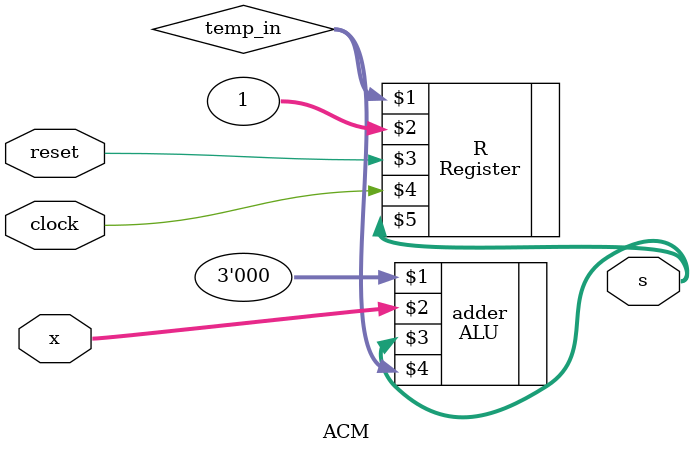
<source format=v>
`timescale 1ns / 1ps


module ACM(x, reset, clock, s);
	parameter N = 6;
	input wire [N - 1 : 0] x;
	input wire reset, clock;
	output wire [N - 1 : 0] s;
	wire [N - 1 : 0] temp_in;
	
	ALU adder (3'b000, x, s, temp_in, );
	Register R (temp_in, 'b1, reset, clock, s);
	
endmodule

</source>
